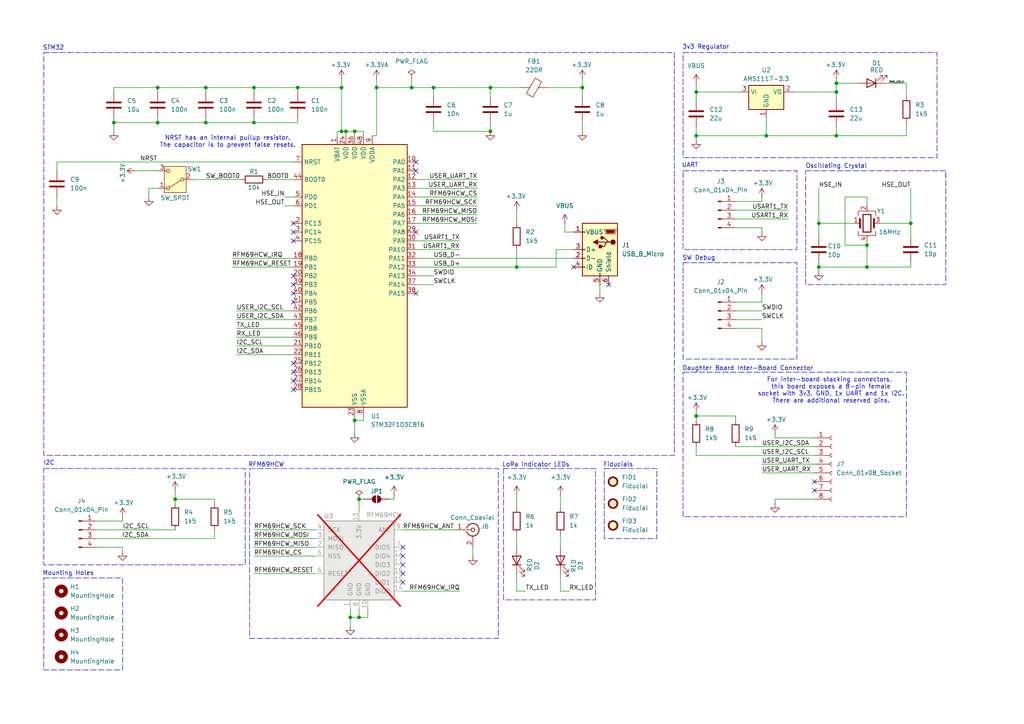
<source format=kicad_sch>
(kicad_sch (version 20250114) (generator "eeschema") (generator_version "9.0")
  (paper "A4")
  (lib_symbols
    (symbol "Connector:Conn_01x04_Pin" (pin_names (offset 1.016) (hide yes))
      (property "Reference" "J" (at 0 5.08 0))
      (property "Value" "Conn_01x04_Pin" (at 0 -7.62 0))
      (symbol "Conn_01x04_Pin_1_1"
        (pin passive line (at 5.08 2.54 180) (length 3.81) (name "Pin_1") (number "1"))
        (pin passive line (at 5.08 0 180) (length 3.81) (name "Pin_2") (number "2"))
        (pin passive line (at 5.08 -2.54 180) (length 3.81) (name "Pin_3") (number "3"))
        (pin passive line (at 5.08 -5.08 180) (length 3.81) (name "Pin_4") (number "4"))
      )
    )
    (symbol "Connector:Conn_01x08_Socket" (pin_names (offset 1.016) (hide yes))
      (property "Reference" "J" (at 0 10.16 0))
      (property "Value" "Conn_01x08_Socket" (at 0 -12.7 0))
      (symbol "Conn_01x08_Socket_1_1"
        (pin passive line (at -5.08 7.62 0) (length 3.81) (name "Pin_1") (number "1"))
        (pin passive line (at -5.08 5.08 0) (length 3.81) (name "Pin_2") (number "2"))
        (pin passive line (at -5.08 2.54 0) (length 3.81) (name "Pin_3") (number "3"))
        (pin passive line (at -5.08 0 0) (length 3.81) (name "Pin_4") (number "4"))
        (pin passive line (at -5.08 -2.54 0) (length 3.81) (name "Pin_5") (number "5"))
        (pin passive line (at -5.08 -5.08 0) (length 3.81) (name "Pin_6") (number "6"))
        (pin passive line (at -5.08 -7.62 0) (length 3.81) (name "Pin_7") (number "7"))
        (pin passive line (at -5.08 -10.16 0) (length 3.81) (name "Pin_8") (number "8"))
      )
    )
    (symbol "Connector:Conn_Coaxial" (pin_names (offset 1.016) (hide yes))
      (property "Reference" "J" (at 0.254 3.048 0))
      (property "Value" "Conn_Coaxial" (at 2.921 0 90))
      (symbol "Conn_Coaxial_1_1"
        (pin passive line (at -5.08 0 0) (length 2.54) (name "In") (number "1"))
        (pin passive line (at 0 -5.08 90) (length 2.54) (name "Ext") (number "2"))
      )
    )
    (symbol "Connector:USB_B_Micro" (pin_names (offset 1.016))
      (property "Reference" "J" (at -5.08 11.43 0))
      (property "Value" "USB_B_Micro" (at -5.08 8.89 0))
      (symbol "USB_B_Micro_1_1"
        (pin passive line (at -2.54 -10.16 90) (length 2.54) (name "Shield") (number "6"))
        (pin power_out line (at 0 -10.16 90) (length 2.54) (name "GND") (number "5"))
        (pin power_out line (at 7.62 5.08 180) (length 2.54) (name "VBUS") (number "1"))
        (pin bidirectional line (at 7.62 0 180) (length 2.54) (name "D+") (number "3"))
        (pin bidirectional line (at 7.62 -2.54 180) (length 2.54) (name "D-") (number "2"))
        (pin passive line (at 7.62 -5.08 180) (length 2.54) (name "ID") (number "4"))
      )
    )
    (symbol "Device:C" (pin_numbers (hide yes)) (pin_names (offset 0.254))
      (property "Reference" "C" (at 0.635 2.54 0))
      (property "Value" "C" (at 0.635 -2.54 0))
      (symbol "C_1_1"
        (pin passive line (at 0 3.81 270) (length 2.794) (name "~") (number "1"))
        (pin passive line (at 0 -3.81 90) (length 2.794) (name "~") (number "2"))
      )
    )
    (symbol "Device:Crystal_GND24" (pin_names (offset 1.016) (hide yes))
      (property "Reference" "Y" (at 3.175 5.08 0))
      (property "Value" "Crystal_GND24" (at 3.175 3.175 0))
      (symbol "Crystal_GND24_1_1"
        (pin passive line (at -3.81 0 0) (length 1.27) (name "1") (number "1"))
        (pin passive line (at 0 5.08 270) (length 1.27) (name "2") (number "2"))
        (pin passive line (at 0 -5.08 90) (length 1.27) (name "4") (number "4"))
        (pin passive line (at 3.81 0 180) (length 1.27) (name "3") (number "3"))
      )
    )
    (symbol "Device:FerriteBead" (pin_numbers (hide yes)) (pin_names (offset 0))
      (property "Reference" "FB" (at -3.81 0.635 90))
      (property "Value" "FerriteBead" (at 3.81 0 90))
      (symbol "FerriteBead_1_1"
        (pin passive line (at 0 3.81 270) (length 2.54) (name "~") (number "1"))
        (pin passive line (at 0 -3.81 90) (length 2.54) (name "~") (number "2"))
      )
    )
    (symbol "Device:LED" (pin_numbers (hide yes)) (pin_names (offset 1.016) (hide yes))
      (property "Reference" "D" (at 0 2.54 0))
      (property "Value" "LED" (at 0 -2.54 0))
      (symbol "LED_1_1"
        (pin passive line (at -3.81 0 0) (length 2.54) (name "K") (number "1"))
        (pin passive line (at 3.81 0 180) (length 2.54) (name "A") (number "2"))
      )
    )
    (symbol "Device:R" (pin_numbers (hide yes)) (pin_names (offset 0))
      (property "Reference" "R" (at 2.032 0 90))
      (property "Value" "R" (at 0 0 90))
      (symbol "R_1_1"
        (pin passive line (at 0 3.81 270) (length 1.27) (name "~") (number "1"))
        (pin passive line (at 0 -3.81 90) (length 1.27) (name "~") (number "2"))
      )
    )
    (symbol "Jumper:SolderJumper_2_Open" (pin_numbers (hide yes)) (pin_names (offset 0) (hide yes)) (in_bom no)
      (property "Reference" "JP" (at 0 2.032 0))
      (property "Value" "SolderJumper_2_Open" (at 0 -2.54 0))
      (symbol "SolderJumper_2_Open_1_1"
        (pin passive line (at -3.81 0 0) (length 2.54) (name "A") (number "1"))
        (pin passive line (at 3.81 0 180) (length 2.54) (name "B") (number "2"))
      )
    )
    (symbol "MCU_ST_STM32F1:STM32F103C8Tx"
      (property "Reference" "U" (at -15.24 39.37 0))
      (property "Value" "STM32F103C8Tx" (at 7.62 39.37 0))
      (symbol "STM32F103C8Tx_1_1"
        (pin input line (at -17.78 33.02 0) (length 2.54) (name "NRST") (number "7"))
        (pin input line (at -17.78 27.94 0) (length 2.54) (name "BOOT0") (number "44"))
        (pin bidirectional line (at -17.78 22.86 0) (length 2.54) (name "PD0") (number "5"))
        (pin bidirectional line (at -17.78 20.32 0) (length 2.54) (name "PD1") (number "6"))
        (pin bidirectional line (at -17.78 15.24 0) (length 2.54) (name "PC13") (number "2"))
        (pin bidirectional line (at -17.78 12.7 0) (length 2.54) (name "PC14") (number "3"))
        (pin bidirectional line (at -17.78 10.16 0) (length 2.54) (name "PC15") (number "4"))
        (pin bidirectional line (at -17.78 5.08 0) (length 2.54) (name "PB0") (number "18"))
        (pin bidirectional line (at -17.78 2.54 0) (length 2.54) (name "PB1") (number "19"))
        (pin bidirectional line (at -17.78 0 0) (length 2.54) (name "PB2") (number "20"))
        (pin bidirectional line (at -17.78 -2.54 0) (length 2.54) (name "PB3") (number "39"))
        (pin bidirectional line (at -17.78 -5.08 0) (length 2.54) (name "PB4") (number "40"))
        (pin bidirectional line (at -17.78 -7.62 0) (length 2.54) (name "PB5") (number "41"))
        (pin bidirectional line (at -17.78 -10.16 0) (length 2.54) (name "PB6") (number "42"))
        (pin bidirectional line (at -17.78 -12.7 0) (length 2.54) (name "PB7") (number "43"))
        (pin bidirectional line (at -17.78 -15.24 0) (length 2.54) (name "PB8") (number "45"))
        (pin bidirectional line (at -17.78 -17.78 0) (length 2.54) (name "PB9") (number "46"))
        (pin bidirectional line (at -17.78 -20.32 0) (length 2.54) (name "PB10") (number "21"))
        (pin bidirectional line (at -17.78 -22.86 0) (length 2.54) (name "PB11") (number "22"))
        (pin bidirectional line (at -17.78 -25.4 0) (length 2.54) (name "PB12") (number "25"))
        (pin bidirectional line (at -17.78 -27.94 0) (length 2.54) (name "PB13") (number "26"))
        (pin bidirectional line (at -17.78 -30.48 0) (length 2.54) (name "PB14") (number "27"))
        (pin bidirectional line (at -17.78 -33.02 0) (length 2.54) (name "PB15") (number "28"))
        (pin power_in line (at -5.08 40.64 270) (length 2.54) (name "VBAT") (number "1"))
        (pin power_in line (at -2.54 40.64 270) (length 2.54) (name "VDD") (number "24"))
        (pin power_in line (at 0 40.64 270) (length 2.54) (name "VDD") (number "36"))
        (pin power_in line (at 0 -40.64 90) (length 2.54) (name "VSS") (number "23"))
        (pin passive line (at 0 -40.64 90) (length 2.54) (hide yes) (name "VSS") (number "35"))
        (pin passive line (at 0 -40.64 90) (length 2.54) (hide yes) (name "VSS") (number "47"))
        (pin power_in line (at 2.54 40.64 270) (length 2.54) (name "VDD") (number "48"))
        (pin power_in line (at 2.54 -40.64 90) (length 2.54) (name "VSSA") (number "8"))
        (pin power_in line (at 5.08 40.64 270) (length 2.54) (name "VDDA") (number "9"))
        (pin bidirectional line (at 17.78 33.02 180) (length 2.54) (name "PA0") (number "10"))
        (pin bidirectional line (at 17.78 30.48 180) (length 2.54) (name "PA1") (number "11"))
        (pin bidirectional line (at 17.78 27.94 180) (length 2.54) (name "PA2") (number "12"))
        (pin bidirectional line (at 17.78 25.4 180) (length 2.54) (name "PA3") (number "13"))
        (pin bidirectional line (at 17.78 22.86 180) (length 2.54) (name "PA4") (number "14"))
        (pin bidirectional line (at 17.78 20.32 180) (length 2.54) (name "PA5") (number "15"))
        (pin bidirectional line (at 17.78 17.78 180) (length 2.54) (name "PA6") (number "16"))
        (pin bidirectional line (at 17.78 15.24 180) (length 2.54) (name "PA7") (number "17"))
        (pin bidirectional line (at 17.78 12.7 180) (length 2.54) (name "PA8") (number "29"))
        (pin bidirectional line (at 17.78 10.16 180) (length 2.54) (name "PA9") (number "30"))
        (pin bidirectional line (at 17.78 7.62 180) (length 2.54) (name "PA10") (number "31"))
        (pin bidirectional line (at 17.78 5.08 180) (length 2.54) (name "PA11") (number "32"))
        (pin bidirectional line (at 17.78 2.54 180) (length 2.54) (name "PA12") (number "33"))
        (pin bidirectional line (at 17.78 0 180) (length 2.54) (name "PA13") (number "34"))
        (pin bidirectional line (at 17.78 -2.54 180) (length 2.54) (name "PA14") (number "37"))
        (pin bidirectional line (at 17.78 -5.08 180) (length 2.54) (name "PA15") (number "38"))
      )
    )
    (symbol "Mechanical:Fiducial" (in_bom no)
      (property "Reference" "FID" (at 0 5.08 0))
      (property "Value" "Fiducial" (at 0 3.175 0))
    )
    (symbol "Mechanical:MountingHole" (pin_names (offset 1.016)) (in_bom no)
      (property "Reference" "H" (at 0 5.08 0))
      (property "Value" "MountingHole" (at 0 3.175 0))
    )
    (symbol "RF_Module:RFM69HCW" (pin_names (offset 1.016))
      (property "Reference" "U" (at -10.414 11.684 0))
      (property "Value" "RFM69HCW" (at 1.524 11.43 0))
      (symbol "RFM69HCW_1_1"
        (pin input line (at -12.7 7.62 0) (length 2.54) (name "SCK") (number "4"))
        (pin input line (at -12.7 5.08 0) (length 2.54) (name "MOSI") (number "3"))
        (pin output line (at -12.7 2.54 0) (length 2.54) (name "MISO") (number "2"))
        (pin input line (at -12.7 0 0) (length 2.54) (name "NSS") (number "5"))
        (pin bidirectional line (at -12.7 -5.08 0) (length 2.54) (name "RESET") (number "6"))
        (pin power_in line (at -2.54 -15.24 90) (length 2.54) (name "GND") (number "1"))
        (pin power_in line (at 0 12.7 270) (length 2.54) (name "3.3V") (number "13"))
        (pin power_in line (at 0 -15.24 90) (length 2.54) (name "GND") (number "8"))
        (pin power_in line (at 2.54 -15.24 90) (length 2.54) (name "GND") (number "10"))
        (pin bidirectional line (at 12.7 7.62 180) (length 2.54) (name "ANT") (number "9"))
        (pin bidirectional line (at 12.7 2.54 180) (length 2.54) (name "DIO5") (number "7"))
        (pin bidirectional line (at 12.7 0 180) (length 2.54) (name "DIO4") (number "12"))
        (pin bidirectional line (at 12.7 -2.54 180) (length 2.54) (name "DIO3") (number "11"))
        (pin bidirectional line (at 12.7 -5.08 180) (length 2.54) (name "DIO2") (number "16"))
        (pin bidirectional line (at 12.7 -7.62 180) (length 2.54) (name "DIO1") (number "15"))
        (pin bidirectional line (at 12.7 -10.16 180) (length 2.54) (name "DIO0") (number "14"))
      )
    )
    (symbol "Regulator_Linear:AMS1117-3.3"
      (property "Reference" "U" (at -3.81 3.175 0))
      (property "Value" "AMS1117-3.3" (at 0 3.175 0))
      (symbol "AMS1117-3.3_1_1"
        (pin power_in line (at -7.62 0 0) (length 2.54) (name "VI") (number "3"))
        (pin power_in line (at 0 -7.62 90) (length 2.54) (name "GND") (number "1"))
        (pin power_out line (at 7.62 0 180) (length 2.54) (name "VO") (number "2"))
      )
    )
    (symbol "Switch:SW_SPDT" (pin_names (offset 0) (hide yes))
      (property "Reference" "SW" (at 0 5.08 0))
      (property "Value" "SW_SPDT" (at 0 -5.08 0))
      (symbol "SW_SPDT_1_1"
        (pin passive line (at -5.08 0 0) (length 2.54) (name "B") (number "2"))
        (pin passive line (at 5.08 2.54 180) (length 2.54) (name "A") (number "1"))
        (pin passive line (at 5.08 -2.54 180) (length 2.54) (name "C") (number "3"))
      )
    )
    (symbol "power:+3.3V" (power) (pin_numbers (hide yes)) (pin_names (offset 0) (hide yes))
      (property "Value" "+3.3V" (at 0 3.556 0))
      (symbol "+3.3V_1_1"
        (pin power_in line (at 0 0 90) (length 0) (name "~") (number "1"))
      )
    )
    (symbol "power:+3.3VA" (power) (pin_numbers (hide yes)) (pin_names (offset 0) (hide yes))
      (property "Value" "+3.3VA" (at 0 3.556 0))
      (symbol "+3.3VA_1_1"
        (pin power_in line (at 0 0 90) (length 0) (name "~") (number "1"))
      )
    )
    (symbol "power:GND" (power) (pin_numbers (hide yes)) (pin_names (offset 0) (hide yes))
      (property "Value" "GND" (at 0 -3.81 0))
      (symbol "GND_1_1"
        (pin power_in line (at 0 0 270) (length 0) (name "~") (number "1"))
      )
    )
    (symbol "power:PWR_FLAG" (power) (pin_numbers (hide yes)) (pin_names (offset 0) (hide yes))
      (property "Value" "PWR_FLAG" (at 0 3.81 0))
      (symbol "PWR_FLAG_0_0"
        (pin power_out line (at 0 0 90) (length 0) (name "~") (number "1"))
      )
    )
    (symbol "power:VBUS" (power) (pin_numbers (hide yes)) (pin_names (offset 0) (hide yes))
      (property "Value" "VBUS" (at 0 3.556 0))
      (symbol "VBUS_1_1"
        (pin power_in line (at 0 0 90) (length 0) (name "~") (number "1"))
      )
    )
  )
  (rectangle (start 175.26 135.89) (end 190.5 156.21) (stroke (width 0) (type dash)))
  (rectangle (start 146.05 135.89) (end 172.72 173.99) (stroke (width 0) (type dash)))
  (rectangle (start 12.7 167.64) (end 35.56 194.31) (stroke (width 0) (type dash)))
  (rectangle (start 198.12 76.2) (end 231.14 104.14) (stroke (width 0) (type dash)))
  (rectangle (start 198.12 15.24) (end 271.78 45.72) (stroke (width 0) (type dash)))
  (rectangle (start 198.12 107.95) (end 262.89 149.86) (stroke (width 0) (type dash)))
  (rectangle (start 72.39 135.89) (end 144.526 185.166) (stroke (width 0) (type dash)))
  (rectangle (start 233.68 49.53) (end 274.32 82.55) (stroke (width 0) (type dash)))
  (rectangle (start 12.7 15.24) (end 195.58 132.08) (stroke (width 0) (type dash)))
  (rectangle (start 198.12 49.53) (end 231.14 72.39) (stroke (width 0) (type dash)))
  (rectangle (start 12.7 135.89) (end 71.12 163.83) (stroke (width 0) (type dash)))
  (text "Daughter Board Inter-Board Connector" (at 216.916 106.934 0) (effects (font (size 1.27 1.27))))
  (text "SW Debug" (at 202.692 74.93 0) (effects (font (size 1.27 1.27))))
  (text "Mounting Holes" (at 19.812 166.37 0) (effects (font (size 1.27 1.27))))
  (text "NRST has an internal pullup resistor.\nThe capacitor is to prevent false resets.\n" (at 66.04 41.148 0) (effects (font (size 1.27 1.27))))
  (text "UART" (at 200.152 48.006 0) (effects (font (size 1.27 1.27))))
  (text "STM32" (at 15.494 13.97 0) (effects (font (size 1.27 1.27))))
  (text "For inter-board stacking connectors, \nthis board exposes a 8-pin female\nsocket with 3v3, GND, 1x UART and 1x I2C.\nThere are additional reserved pins." (at 241.046 113.284 0) (effects (font (size 1.27 1.27))))
  (text "Fiducials" (at 179.324 134.874 0) (effects (font (size 1.27 1.27))))
  (text "3v3 Regulator" (at 204.724 13.716 0) (effects (font (size 1.27 1.27))))
  (text "Oscillating Crystal" (at 242.57 48.26 0) (effects (font (size 1.27 1.27))))
  (text "I2C" (at 14.224 134.366 0) (effects (font (size 1.27 1.27))))
  (text "RFM69HCW" (at 77.216 134.874 0) (effects (font (size 1.27 1.27))))
  (text "LoRa Indicator LEDs" (at 155.448 134.874 0) (effects (font (size 1.27 1.27))))
  (junction (at 50.8 144.78))
  (junction (at 149.86 77.47))
  (junction (at 73.66 25.4))
  (junction (at 264.16 64.77))
  (junction (at 101.6 179.07))
  (junction (at 237.49 64.77))
  (junction (at 242.57 26.67))
  (junction (at 119.38 25.4))
  (junction (at 59.69 25.4))
  (junction (at 251.46 71.12))
  (junction (at 251.46 77.47))
  (junction (at 102.87 121.92))
  (junction (at 99.06 25.4))
  (junction (at 222.25 39.37))
  (junction (at 168.91 25.4))
  (junction (at 109.22 25.4))
  (junction (at 104.14 144.78))
  (junction (at 242.57 24.13))
  (junction (at 59.69 35.56))
  (junction (at 201.93 39.37))
  (junction (at 45.72 35.56))
  (junction (at 125.73 25.4))
  (junction (at 33.02 35.56))
  (junction (at 142.24 25.4))
  (junction (at 201.93 120.65))
  (junction (at 142.24 38.1))
  (junction (at 104.14 179.07))
  (junction (at 100.33 38.1))
  (junction (at 201.93 26.67))
  (junction (at 242.57 39.37))
  (junction (at 237.49 77.47))
  (junction (at 102.87 38.1))
  (junction (at 45.72 25.4))
  (junction (at 73.66 35.56))
  (junction (at 99.06 38.1))
  (junction (at 86.36 25.4))
  (no_connect (at 85.09 69.85))
  (no_connect (at 116.84 161.29))
  (no_connect (at 85.09 82.55))
  (no_connect (at 116.84 158.75))
  (no_connect (at 85.09 113.03))
  (no_connect (at 166.37 77.47))
  (no_connect (at 236.22 142.24))
  (no_connect (at 120.65 46.99))
  (no_connect (at 85.09 80.01))
  (no_connect (at 85.09 85.09))
  (no_connect (at 85.09 64.77))
  (no_connect (at 85.09 67.31))
  (no_connect (at 120.65 49.53))
  (no_connect (at 176.53 82.55))
  (no_connect (at 236.22 139.7))
  (no_connect (at 120.65 85.09))
  (no_connect (at 116.84 166.37))
  (no_connect (at 85.09 87.63))
  (no_connect (at 120.65 67.31))
  (no_connect (at 116.84 163.83))
  (no_connect (at 85.09 110.49))
  (no_connect (at 85.09 105.41))
  (no_connect (at 116.84 168.91))
  (no_connect (at 85.09 107.95))
  (wire (pts (xy 242.57 26.67) (xy 242.57 29.21)))
  (wire (pts (xy 73.66 161.29) (xy 91.44 161.29)))
  (wire (pts (xy 102.87 38.1) (xy 102.87 39.37)))
  (wire (pts (xy 82.55 59.69) (xy 85.09 59.69)))
  (wire (pts (xy 220.98 90.17) (xy 213.36 90.17)))
  (wire (pts (xy 27.94 156.21) (xy 62.23 156.21)))
  (wire (pts (xy 213.36 129.54) (xy 236.22 129.54)))
  (wire (pts (xy 116.84 171.45) (xy 133.35 171.45)))
  (wire (pts (xy 62.23 146.05) (xy 62.23 144.78)))
  (wire (pts (xy 45.72 25.4) (xy 45.72 26.67)))
  (wire (pts (xy 142.24 25.4) (xy 151.13 25.4)))
  (wire (pts (xy 77.47 52.07) (xy 85.09 52.07)))
  (wire (pts (xy 116.84 153.67) (xy 132.08 153.67)))
  (wire (pts (xy 220.98 95.25) (xy 220.98 99.06)))
  (wire (pts (xy 68.58 92.71) (xy 85.09 92.71)))
  (wire (pts (xy 264.16 54.61) (xy 264.16 64.77)))
  (wire (pts (xy 220.98 92.71) (xy 213.36 92.71)))
  (wire (pts (xy 251.46 59.69) (xy 251.46 57.15)))
  (wire (pts (xy 224.79 144.78) (xy 224.79 146.05)))
  (wire (pts (xy 125.73 25.4) (xy 142.24 25.4)))
  (wire (pts (xy 120.65 80.01) (xy 125.73 80.01)))
  (wire (pts (xy 262.89 24.13) (xy 262.89 27.94)))
  (wire (pts (xy 251.46 71.12) (xy 251.46 77.47)))
  (wire (pts (xy 245.11 57.15) (xy 245.11 71.12)))
  (wire (pts (xy 149.86 143.51) (xy 149.86 147.32)))
  (wire (pts (xy 222.25 39.37) (xy 201.93 39.37)))
  (wire (pts (xy 120.65 57.15) (xy 138.43 57.15)))
  (wire (pts (xy 262.89 39.37) (xy 242.57 39.37)))
  (wire (pts (xy 73.66 156.21) (xy 91.44 156.21)))
  (wire (pts (xy 224.79 127) (xy 236.22 127)))
  (wire (pts (xy 55.88 52.07) (xy 69.85 52.07)))
  (wire (pts (xy 86.36 25.4) (xy 99.06 25.4)))
  (wire (pts (xy 73.66 35.56) (xy 86.36 35.56)))
  (wire (pts (xy 50.8 144.78) (xy 50.8 146.05)))
  (wire (pts (xy 100.33 38.1) (xy 102.87 38.1)))
  (wire (pts (xy 16.51 46.99) (xy 85.09 46.99)))
  (wire (pts (xy 68.58 90.17) (xy 85.09 90.17)))
  (wire (pts (xy 264.16 64.77) (xy 264.16 68.58)))
  (wire (pts (xy 137.16 158.75) (xy 137.16 161.29)))
  (wire (pts (xy 264.16 76.2) (xy 264.16 77.47)))
  (wire (pts (xy 120.65 54.61) (xy 138.43 54.61)))
  (wire (pts (xy 201.93 36.83) (xy 201.93 39.37)))
  (wire (pts (xy 162.56 143.51) (xy 162.56 147.32)))
  (wire (pts (xy 43.18 57.15) (xy 43.18 54.61)))
  (wire (pts (xy 73.66 25.4) (xy 73.66 26.67)))
  (wire (pts (xy 104.14 176.53) (xy 104.14 179.07)))
  (wire (pts (xy 245.11 71.12) (xy 251.46 71.12)))
  (wire (pts (xy 16.51 57.15) (xy 16.51 59.69)))
  (wire (pts (xy 73.66 158.75) (xy 91.44 158.75)))
  (wire (pts (xy 149.86 171.45) (xy 152.4 171.45)))
  (wire (pts (xy 255.27 64.77) (xy 264.16 64.77)))
  (wire (pts (xy 114.3 144.78) (xy 113.03 144.78)))
  (wire (pts (xy 236.22 144.78) (xy 224.79 144.78)))
  (wire (pts (xy 220.98 87.63) (xy 213.36 87.63)))
  (wire (pts (xy 242.57 24.13) (xy 248.92 24.13)))
  (wire (pts (xy 251.46 77.47) (xy 264.16 77.47)))
  (wire (pts (xy 59.69 25.4) (xy 45.72 25.4)))
  (wire (pts (xy 251.46 69.85) (xy 251.46 71.12)))
  (wire (pts (xy 162.56 171.45) (xy 165.1 171.45)))
  (wire (pts (xy 237.49 64.77) (xy 247.65 64.77)))
  (wire (pts (xy 256.54 24.13) (xy 262.89 24.13)))
  (wire (pts (xy 114.3 143.51) (xy 114.3 144.78)))
  (wire (pts (xy 237.49 64.77) (xy 237.49 68.58)))
  (wire (pts (xy 149.86 72.39) (xy 149.86 77.47)))
  (wire (pts (xy 119.38 25.4) (xy 109.22 25.4)))
  (wire (pts (xy 99.06 38.1) (xy 100.33 38.1)))
  (wire (pts (xy 27.94 158.75) (xy 35.56 158.75)))
  (wire (pts (xy 224.79 125.73) (xy 224.79 127)))
  (wire (pts (xy 201.93 26.67) (xy 214.63 26.67)))
  (wire (pts (xy 201.93 39.37) (xy 201.93 40.64)))
  (wire (pts (xy 213.36 63.5) (xy 228.6 63.5)))
  (wire (pts (xy 213.36 60.96) (xy 228.6 60.96)))
  (wire (pts (xy 109.22 39.37) (xy 107.95 39.37)))
  (wire (pts (xy 101.6 179.07) (xy 101.6 181.61)))
  (wire (pts (xy 120.65 74.93) (xy 166.37 74.93)))
  (wire (pts (xy 242.57 22.86) (xy 242.57 24.13)))
  (wire (pts (xy 201.93 132.08) (xy 236.22 132.08)))
  (wire (pts (xy 68.58 100.33) (xy 85.09 100.33)))
  (wire (pts (xy 68.58 97.79) (xy 85.09 97.79)))
  (wire (pts (xy 161.29 77.47) (xy 161.29 72.39)))
  (wire (pts (xy 201.93 24.13) (xy 201.93 26.67)))
  (wire (pts (xy 213.36 95.25) (xy 220.98 95.25)))
  (wire (pts (xy 35.56 158.75) (xy 35.56 160.02)))
  (wire (pts (xy 120.65 59.69) (xy 138.43 59.69)))
  (wire (pts (xy 101.6 179.07) (xy 104.14 179.07)))
  (wire (pts (xy 82.55 57.15) (xy 85.09 57.15)))
  (wire (pts (xy 242.57 36.83) (xy 242.57 39.37)))
  (wire (pts (xy 27.94 153.67) (xy 50.8 153.67)))
  (wire (pts (xy 33.02 35.56) (xy 33.02 34.29)))
  (wire (pts (xy 102.87 38.1) (xy 105.41 38.1)))
  (wire (pts (xy 86.36 25.4) (xy 73.66 25.4)))
  (wire (pts (xy 237.49 54.61) (xy 237.49 64.77)))
  (wire (pts (xy 125.73 38.1) (xy 142.24 38.1)))
  (wire (pts (xy 201.93 120.65) (xy 201.93 121.92)))
  (wire (pts (xy 237.49 77.47) (xy 251.46 77.47)))
  (wire (pts (xy 59.69 25.4) (xy 59.69 26.67)))
  (wire (pts (xy 43.18 54.61) (xy 45.72 54.61)))
  (wire (pts (xy 59.69 35.56) (xy 59.69 34.29)))
  (wire (pts (xy 99.06 38.1) (xy 97.79 38.1)))
  (wire (pts (xy 201.93 119.38) (xy 201.93 120.65)))
  (wire (pts (xy 201.93 29.21) (xy 201.93 26.67)))
  (wire (pts (xy 149.86 60.96) (xy 149.86 64.77)))
  (wire (pts (xy 45.72 35.56) (xy 59.69 35.56)))
  (wire (pts (xy 105.41 121.92) (xy 102.87 121.92)))
  (wire (pts (xy 149.86 154.94) (xy 149.86 158.75)))
  (wire (pts (xy 109.22 22.86) (xy 109.22 25.4)))
  (wire (pts (xy 99.06 25.4) (xy 99.06 38.1)))
  (wire (pts (xy 168.91 22.86) (xy 168.91 25.4)))
  (wire (pts (xy 237.49 76.2) (xy 237.49 77.47)))
  (wire (pts (xy 101.6 176.53) (xy 101.6 179.07)))
  (wire (pts (xy 168.91 25.4) (xy 168.91 27.94)))
  (wire (pts (xy 27.94 151.13) (xy 35.56 151.13)))
  (wire (pts (xy 201.93 120.65) (xy 213.36 120.65)))
  (wire (pts (xy 106.68 176.53) (xy 106.68 179.07)))
  (wire (pts (xy 105.41 120.65) (xy 105.41 121.92)))
  (wire (pts (xy 73.66 25.4) (xy 59.69 25.4)))
  (wire (pts (xy 105.41 144.78) (xy 104.14 144.78)))
  (wire (pts (xy 220.98 137.16) (xy 236.22 137.16)))
  (wire (pts (xy 67.31 77.47) (xy 85.09 77.47)))
  (wire (pts (xy 120.65 77.47) (xy 149.86 77.47)))
  (wire (pts (xy 120.65 52.07) (xy 138.43 52.07)))
  (wire (pts (xy 262.89 35.56) (xy 262.89 39.37)))
  (wire (pts (xy 86.36 35.56) (xy 86.36 34.29)))
  (wire (pts (xy 222.25 34.29) (xy 222.25 39.37)))
  (wire (pts (xy 45.72 35.56) (xy 45.72 34.29)))
  (wire (pts (xy 220.98 134.62) (xy 236.22 134.62)))
  (wire (pts (xy 237.49 77.47) (xy 237.49 78.74)))
  (wire (pts (xy 162.56 166.37) (xy 162.56 171.45)))
  (wire (pts (xy 158.75 25.4) (xy 168.91 25.4)))
  (wire (pts (xy 161.29 72.39) (xy 166.37 72.39)))
  (wire (pts (xy 68.58 95.25) (xy 85.09 95.25)))
  (wire (pts (xy 102.87 121.92) (xy 102.87 125.73)))
  (wire (pts (xy 120.65 72.39) (xy 133.35 72.39)))
  (wire (pts (xy 125.73 25.4) (xy 125.73 27.94)))
  (wire (pts (xy 142.24 35.56) (xy 142.24 38.1)))
  (wire (pts (xy 59.69 35.56) (xy 73.66 35.56)))
  (wire (pts (xy 162.56 154.94) (xy 162.56 158.75)))
  (wire (pts (xy 220.98 66.04) (xy 220.98 67.31)))
  (wire (pts (xy 50.8 142.24) (xy 50.8 144.78)))
  (wire (pts (xy 213.36 58.42) (xy 220.98 58.42)))
  (wire (pts (xy 97.79 38.1) (xy 97.79 39.37)))
  (wire (pts (xy 149.86 77.47) (xy 161.29 77.47)))
  (wire (pts (xy 62.23 144.78) (xy 50.8 144.78)))
  (wire (pts (xy 213.36 66.04) (xy 220.98 66.04)))
  (wire (pts (xy 149.86 166.37) (xy 149.86 171.45)))
  (wire (pts (xy 168.91 35.56) (xy 168.91 38.1)))
  (wire (pts (xy 104.14 144.78) (xy 104.14 148.59)))
  (wire (pts (xy 33.02 25.4) (xy 33.02 26.67)))
  (wire (pts (xy 201.93 132.08) (xy 201.93 129.54)))
  (wire (pts (xy 102.87 120.65) (xy 102.87 121.92)))
  (wire (pts (xy 62.23 153.67) (xy 62.23 156.21)))
  (wire (pts (xy 33.02 35.56) (xy 33.02 38.1)))
  (wire (pts (xy 125.73 25.4) (xy 119.38 25.4)))
  (wire (pts (xy 119.38 22.86) (xy 119.38 25.4)))
  (wire (pts (xy 229.87 26.67) (xy 242.57 26.67)))
  (wire (pts (xy 100.33 38.1) (xy 100.33 39.37)))
  (wire (pts (xy 120.65 64.77) (xy 138.43 64.77)))
  (wire (pts (xy 68.58 102.87) (xy 85.09 102.87)))
  (wire (pts (xy 86.36 26.67) (xy 86.36 25.4)))
  (wire (pts (xy 45.72 25.4) (xy 33.02 25.4)))
  (wire (pts (xy 213.36 121.92) (xy 213.36 120.65)))
  (wire (pts (xy 142.24 27.94) (xy 142.24 25.4)))
  (wire (pts (xy 35.56 151.13) (xy 35.56 149.86)))
  (wire (pts (xy 39.37 49.53) (xy 45.72 49.53)))
  (wire (pts (xy 242.57 39.37) (xy 222.25 39.37)))
  (wire (pts (xy 105.41 38.1) (xy 105.41 39.37)))
  (wire (pts (xy 33.02 35.56) (xy 45.72 35.56)))
  (wire (pts (xy 109.22 25.4) (xy 109.22 39.37)))
  (wire (pts (xy 120.65 82.55) (xy 125.73 82.55)))
  (wire (pts (xy 99.06 22.86) (xy 99.06 25.4)))
  (wire (pts (xy 67.31 74.93) (xy 85.09 74.93)))
  (wire (pts (xy 104.14 179.07) (xy 106.68 179.07)))
  (wire (pts (xy 163.83 64.77) (xy 163.83 67.31)))
  (wire (pts (xy 163.83 67.31) (xy 166.37 67.31)))
  (wire (pts (xy 125.73 35.56) (xy 125.73 38.1)))
  (wire (pts (xy 242.57 24.13) (xy 242.57 26.67)))
  (wire (pts (xy 73.66 166.37) (xy 91.44 166.37)))
  (wire (pts (xy 16.51 49.53) (xy 16.51 46.99)))
  (wire (pts (xy 73.66 153.67) (xy 91.44 153.67)))
  (wire (pts (xy 220.98 85.09) (xy 220.98 87.63)))
  (wire (pts (xy 251.46 57.15) (xy 245.11 57.15)))
  (wire (pts (xy 120.65 69.85) (xy 133.35 69.85)))
  (wire (pts (xy 220.98 58.42) (xy 220.98 57.15)))
  (wire (pts (xy 120.65 62.23) (xy 138.43 62.23)))
  (wire (pts (xy 73.66 35.56) (xy 73.66 34.29)))
  (wire (pts (xy 173.99 82.55) (xy 173.99 85.09)))
  (label "USART1_TX" (at 228.6 60.96 180))
  (label "RFM69HCW_IRQ" (at 133.35 171.45 180))
  (label "USER_UART_TX" (at 220.98 134.62 0))
  (label "TX_LED" (at 152.4 171.45 0))
  (label "USART1_RX" (at 133.35 72.39 180))
  (label "TX_LED" (at 68.58 95.25 0))
  (label "USART1_RX" (at 228.6 63.5 180))
  (label "RFM69HCW_SCK" (at 138.43 59.69 180))
  (label "USER_I2C_SDA" (at 220.98 129.54 0))
  (label "RFM69HCW_MOSI" (at 73.66 156.21 0))
  (label "I2C_SDA" (at 43.18 156.21 180))
  (label "I2C_SCL" (at 68.58 100.33 0))
  (label "HSE_IN" (at 237.49 54.61 0))
  (label "RFM69HCW_MOSI" (at 138.43 64.77 180))
  (label "BOOT0" (at 77.47 52.07 0))
  (label "I2C_SDA" (at 68.58 102.87 0))
  (label "USART1_TX" (at 133.35 69.85 180))
  (label "RX_LED" (at 165.1 171.45 0))
  (label "HSE_OUT" (at 264.16 54.61 180))
  (label "RFM69HCW_IRQ" (at 67.31 74.93 0))
  (label "SWDIO" (at 125.73 80.01 0))
  (label "RFM69HCW_MISO" (at 138.43 62.23 180))
  (label "USB_D-" (at 125.73 74.93 0))
  (label "USER_UART_TX" (at 138.43 52.07 180))
  (label "HSE_OUT" (at 82.55 59.69 180))
  (label "SW_BOOT0" (at 59.69 52.07 0))
  (label "RFM69HCW_CS" (at 73.66 161.29 0))
  (label "USER_UART_RX" (at 220.98 137.16 0))
  (label "SWCLK" (at 220.98 92.71 0))
  (label "RFM69HCW_MISO" (at 73.66 158.75 0))
  (label "HSE_IN" (at 82.55 57.15 180))
  (label "RFM69HCW_ANT" (at 116.84 153.67 0))
  (label "USER_I2C_SCL" (at 220.98 132.08 0))
  (label "RFM69HCW_RESET" (at 67.31 77.47 0))
  (label "SWDIO" (at 220.98 90.17 0))
  (label "RFM69HCW_RESET" (at 73.66 166.37 0))
  (label "NRST" (at 40.64 46.99 0))
  (label "USB_D+" (at 125.73 77.47 0))
  (label "USER_UART_RX" (at 138.43 54.61 180))
  (label "RFM69HCW_SCK" (at 73.66 153.67 0))
  (label "SWCLK" (at 125.73 82.55 0))
  (label "RX_LED" (at 68.58 97.79 0))
  (label "USER_I2C_SCL" (at 68.58 90.17 0))
  (label "I2C_SCL" (at 35.56 153.67 0))
  (label "PWR_LED_K" (at 257.81 24.13 0) (effects (font (size 0.508 0.508))))
  (label "USER_I2C_SDA" (at 68.58 92.71 0))
  (label "RFM69HCW_CS" (at 138.43 57.15 180))
  (symbol (lib_id "power:GND") (at 201.93 40.64 0) (unit 1)
    (property "Reference" "#PWR016" (effects (hide yes)))
    (property "Value" "GND" (effects (hide yes)))
    (property "Description" "Power symbol creates a global label with name \"GND\" , ground" (effects (hide yes)))
  )
  (symbol (lib_id "RF_Module:RFM69HCW") (at 104.14 161.29 0) (unit 1) (dnp yes)
    (property "Reference" "U3" (at 93.98 149.606 0) (effects (justify left)))
    (property "Value" "RFM69HCW" (at 106.172 149.352 0) (effects (justify left)))
    (property "Footprint" "RF_Module:HOPERF_RFM9XW_SMD" (effects (hide yes)))
    (property "Datasheet" "https://www.hoperf.com/data/upload/portal/20181127/5bfcb8284d838.pdf" (effects (hide yes)))
    (property "Description" "Low power ISM Radio Transceiver Module, SPI interface, AES encryption, 434 or 915 MHz, up to 100mW, up to 300 kb/s, SMD-16, DIP-16" (effects (hide yes)))
  )
  (symbol (lib_id "Device:R") (at 149.86 68.58 0) (unit 1)
    (property "Reference" "R2" (at 152.4 67.3099 0) (effects (justify left)))
    (property "Value" "1k5" (at 152.4 69.8499 0) (effects (justify left)))
    (property "Footprint" "Resistor_SMD:R_0402_1005Metric" (effects (hide yes)))
    (property "Description" "Resistor" (effects (hide yes)))
    (property "LCSC PN" "C25867" (effects (hide yes)))
  )
  (symbol (lib_id "power:+3.3V") (at 242.57 22.86 0) (unit 1)
    (property "Reference" "#PWR018" (effects (hide yes)))
    (property "Value" "+3.3V" (at 242.316 18.796 0))
    (property "Description" "Power symbol creates a global label with name \"+3.3V\"" (effects (hide yes)))
  )
  (symbol (lib_id "power:+3.3V") (at 99.06 22.86 0) (unit 1)
    (property "Reference" "#PWR01" (effects (hide yes)))
    (property "Value" "+3.3V" (at 98.806 18.796 0))
    (property "Description" "Power symbol creates a global label with name \"+3.3V\"" (effects (hide yes)))
  )
  (symbol (lib_id "Connector:Conn_Coaxial") (at 137.16 153.67 0) (unit 1)
    (property "Reference" "J6" (at 139.446 152.654 0) (effects (justify left)))
    (property "Value" "Conn_Coaxial" (at 130.556 150.114 0) (effects (justify left)))
    (property "Footprint" "Connector_Coaxial:SMA_Molex_73251-1153_EdgeMount_Horizontal" (effects (hide yes)))
    (property "Description" "coaxial connector (BNC, SMA, SMB, SMC, Cinch/RCA, LEMO, ...)" (effects (hide yes)))
    (property "LCSC PN" "C43302011" (effects (hide yes)))
  )
  (symbol (lib_id "power:GND") (at 224.79 146.05 0) (unit 1)
    (property "Reference" "#PWR032" (effects (hide yes)))
    (property "Value" "GND" (effects (hide yes)))
    (property "Description" "Power symbol creates a global label with name \"GND\" , ground" (effects (hide yes)))
  )
  (symbol (lib_id "MCU_ST_STM32F1:STM32F103C8Tx") (at 102.87 80.01 0) (unit 1)
    (property "Reference" "U1" (at 107.5533 120.65 0) (effects (justify left)))
    (property "Value" "STM32F103C8T6" (at 107.5533 123.19 0) (effects (justify left)))
    (property "Footprint" "Package_QFP:LQFP-48_7x7mm_P0.5mm" (effects (hide yes)))
    (property "Datasheet" "https://www.st.com/resource/en/datasheet/stm32f103c8.pdf" (effects (hide yes)))
    (property "Description" "STMicroelectronics Arm Cortex-M3 MCU, 64KB flash, 20KB RAM, 72 MHz, 2.0-3.6V, 37 GPIO, LQFP48" (effects (hide yes)))
    (property "LCSC PN" "C8734" (effects (hide yes)))
  )
  (symbol (lib_id "power:+3.3V") (at 35.56 149.86 0) (mirror y) (unit 1)
    (property "Reference" "#PWR021" (effects (hide yes)))
    (property "Value" "+3.3V" (at 35.814 145.796 0))
    (property "Description" "Power symbol creates a global label with name \"+3.3V\"" (effects (hide yes)))
  )
  (symbol (lib_id "Device:C") (at 33.02 30.48 0) (unit 1)
    (property "Reference" "C5" (at 36.83 29.2099 0) (effects (justify left)))
    (property "Value" "10u" (at 36.83 31.7499 0) (effects (justify left)))
    (property "Footprint" "Capacitor_SMD:C_0603_1608Metric" (effects (hide yes)))
    (property "Description" "Unpolarized capacitor" (effects (hide yes)))
    (property "LCSC PN" "C96446" (effects (hide yes)))
  )
  (symbol (lib_id "power:VBUS") (at 163.83 64.77 0) (unit 1)
    (property "Reference" "#PWR012" (effects (hide yes)))
    (property "Value" "VBUS" (at 163.83 59.69 0))
    (property "Description" "Power symbol creates a global label with name \"VBUS\"" (effects (hide yes)))
  )
  (symbol (lib_id "Mechanical:Fiducial") (at 177.8 152.4 0) (unit 1) (in_bom no)
    (property "Reference" "FID3" (at 180.34 151.1299 0) (effects (justify left)))
    (property "Value" "Fiducial" (at 180.34 153.6699 0) (effects (justify left)))
    (property "Footprint" "Fiducial:Fiducial_1mm_Mask2mm" (effects (hide yes)))
    (property "Description" "Fiducial Marker" (effects (hide yes)))
  )
  (symbol (lib_id "Connector:Conn_01x04_Pin") (at 208.28 90.17 0) (unit 1)
    (property "Reference" "J2" (at 209.042 81.788 0))
    (property "Value" "Conn_01x04_Pin" (at 209.042 84.328 0))
    (property "Footprint" "Connector_PinHeader_2.54mm:PinHeader_1x04_P2.54mm_Vertical" (effects (hide yes)))
    (property "Description" "Generic connector, single row, 01x04, script generated" (effects (hide yes)))
    (property "LCSC PN" "C5116483" (effects (hide yes)))
  )
  (symbol (lib_id "Device:R") (at 213.36 125.73 180) (unit 1)
    (property "Reference" "R9" (at 215.9 124.4599 0) (effects (justify right)))
    (property "Value" "1k5" (at 215.9 126.9999 0) (effects (justify right)))
    (property "Footprint" "Resistor_SMD:R_0402_1005Metric" (effects (hide yes)))
    (property "Description" "Resistor" (effects (hide yes)))
    (property "LCSC PN" "C25867" (effects (hide yes)))
  )
  (symbol (lib_id "Device:C") (at 86.36 30.48 0) (unit 1)
    (property "Reference" "C1" (at 90.17 29.2099 0) (effects (justify left)))
    (property "Value" "100n" (at 90.17 31.7499 0) (effects (justify left)))
    (property "Footprint" "Capacitor_SMD:C_0402_1005Metric" (effects (hide yes)))
    (property "Description" "Unpolarized capacitor" (effects (hide yes)))
    (property "LCSC PN" "C309458" (effects (hide yes)))
  )
  (symbol (lib_id "power:PWR_FLAG") (at 119.38 22.86 0) (unit 1)
    (property "Reference" "#FLG01" (effects (hide yes)))
    (property "Value" "PWR_FLAG" (at 119.38 17.78 0))
    (property "Description" "Special symbol for telling ERC where power comes from" (effects (hide yes)))
  )
  (symbol (lib_id "power:GND") (at 102.87 125.73 0) (unit 1)
    (property "Reference" "#PWR0101" (effects (hide yes)))
    (property "Value" "GND" (effects (hide yes)))
    (property "Description" "Power symbol creates a global label with name \"GND\" , ground" (effects (hide yes)))
  )
  (symbol (lib_id "Device:C") (at 45.72 30.48 0) (unit 1)
    (property "Reference" "C4" (at 49.53 29.2099 0) (effects (justify left)))
    (property "Value" "100n" (at 49.53 31.7499 0) (effects (justify left)))
    (property "Footprint" "Capacitor_SMD:C_0402_1005Metric" (effects (hide yes)))
    (property "Description" "Unpolarized capacitor" (effects (hide yes)))
    (property "LCSC PN" "C309458" (effects (hide yes)))
  )
  (symbol (lib_id "Device:LED") (at 162.56 162.56 90) (unit 1)
    (property "Reference" "D3" (at 168.402 164.084 0))
    (property "Value" "RED" (at 166.37 164.084 0))
    (property "Footprint" "LED_SMD:LED_0603_1608Metric" (effects (hide yes)))
    (property "Description" "Light emitting diode" (effects (hide yes)))
    (property "Sim.Pins" "1=K 2=A" (effects (hide yes)))
    (property "LCSC PN" "C965798" (effects (hide yes)))
  )
  (symbol (lib_id "Device:C") (at 125.73 31.75 0) (unit 1)
    (property "Reference" "C6" (at 129.54 30.4799 0) (effects (justify left)))
    (property "Value" "10n" (at 129.54 33.0199 0) (effects (justify left)))
    (property "Footprint" "Capacitor_SMD:C_0402_1005Metric" (effects (hide yes)))
    (property "Description" "Unpolarized capacitor" (effects (hide yes)))
    (property "LCSC PN" "C3855387" (effects (hide yes)))
  )
  (symbol (lib_id "power:+3.3V") (at 39.37 49.53 90) (unit 1)
    (property "Reference" "#PWR09" (effects (hide yes)))
    (property "Value" "+3.3V" (at 35.56 50.292 0))
    (property "Description" "Power symbol creates a global label with name \"+3.3V\"" (effects (hide yes)))
  )
  (symbol (lib_id "power:GND") (at 142.24 38.1 0) (unit 1)
    (property "Reference" "#PWR04" (effects (hide yes)))
    (property "Value" "GND" (effects (hide yes)))
    (property "Description" "Power symbol creates a global label with name \"GND\" , ground" (effects (hide yes)))
  )
  (symbol (lib_id "power:+3.3V") (at 50.8 142.24 0) (mirror y) (unit 1)
    (property "Reference" "#PWR023" (effects (hide yes)))
    (property "Value" "+3.3V" (at 51.054 138.176 0))
    (property "Description" "Power symbol creates a global label with name \"+3.3V\"" (effects (hide yes)))
  )
  (symbol (lib_id "power:+3.3V") (at 114.3 143.51 0) (unit 1)
    (property "Reference" "#PWR025" (effects (hide yes)))
    (property "Value" "+3.3V" (at 114.3 138.43 0))
    (property "Description" "Power symbol creates a global label with name \"+3.3V\"" (effects (hide yes)))
  )
  (symbol (lib_id "Regulator_Linear:AMS1117-3.3") (at 222.25 26.67 0) (unit 1)
    (property "Reference" "U2" (at 222.25 20.32 0))
    (property "Value" "AMS1117-3.3" (at 222.25 22.86 0))
    (property "Footprint" "Package_TO_SOT_SMD:SOT-223-3_TabPin2" (effects (hide yes)))
    (property "Datasheet" "http://www.advanced-monolithic.com/pdf/ds1117.pdf" (effects (hide yes)))
    (property "Description" "1A Low Dropout regulator, positive, 3.3V fixed output, SOT-223" (effects (hide yes)))
    (property "LCSC PN" "C6186" (effects (hide yes)))
  )
  (symbol (lib_id "Device:C") (at 73.66 30.48 0) (unit 1)
    (property "Reference" "C2" (at 77.47 29.2099 0) (effects (justify left)))
    (property "Value" "100n" (at 77.47 31.7499 0) (effects (justify left)))
    (property "Footprint" "Capacitor_SMD:C_0402_1005Metric" (effects (hide yes)))
    (property "Description" "Unpolarized capacitor" (effects (hide yes)))
    (property "LCSC PN" "C309458" (effects (hide yes)))
  )
  (symbol (lib_id "power:VBUS") (at 201.93 24.13 0) (unit 1)
    (property "Reference" "#PWR017" (effects (hide yes)))
    (property "Value" "VBUS" (at 201.93 19.05 0))
    (property "Description" "Power symbol creates a global label with name \"VBUS\"" (effects (hide yes)))
  )
  (symbol (lib_id "Device:R") (at 162.56 151.13 0) (unit 1)
    (property "Reference" "R7" (at 165.1 149.8599 0) (effects (justify left)))
    (property "Value" "1k" (at 165.1 152.3999 0) (effects (justify left)))
    (property "Footprint" "Resistor_SMD:R_0402_1005Metric" (effects (hide yes)))
    (property "Description" "Resistor" (effects (hide yes)))
    (property "LCSC PN" "C49652832" (effects (hide yes)))
  )
  (symbol (lib_id "Mechanical:Fiducial") (at 177.8 146.05 0) (unit 1) (in_bom no)
    (property "Reference" "FID2" (at 180.34 144.7799 0) (effects (justify left)))
    (property "Value" "Fiducial" (at 180.34 147.3199 0) (effects (justify left)))
    (property "Footprint" "Fiducial:Fiducial_1mm_Mask2mm" (effects (hide yes)))
    (property "Description" "Fiducial Marker" (effects (hide yes)))
  )
  (symbol (lib_id "power:GND") (at 101.6 181.61 0) (unit 1)
    (property "Reference" "#PWR024" (effects (hide yes)))
    (property "Value" "GND" (effects (hide yes)))
    (property "Description" "Power symbol creates a global label with name \"GND\" , ground" (effects (hide yes)))
  )
  (symbol (lib_id "power:GND") (at 220.98 67.31 0) (mirror y) (unit 1)
    (property "Reference" "#PWR020" (effects (hide yes)))
    (property "Value" "GND" (effects (hide yes)))
    (property "Description" "Power symbol creates a global label with name \"GND\" , ground" (effects (hide yes)))
  )
  (symbol (lib_id "Jumper:SolderJumper_2_Open") (at 109.22 144.78 180) (unit 1) (in_bom no)
    (property "Reference" "JP1" (at 109.22 142.494 0))
    (property "Value" "SolderJumper_2_Open" (effects (hide yes)))
    (property "Footprint" "Jumper:SolderJumper-2_P1.3mm_Open_Pad1.0x1.5mm" (effects (hide yes)))
    (property "Description" "Solder Jumper, 2-pole, open" (effects (hide yes)))
  )
  (symbol (lib_id "Device:R") (at 149.86 151.13 0) (unit 1)
    (property "Reference" "R6" (at 152.4 149.8599 0) (effects (justify left)))
    (property "Value" "1k" (at 152.4 152.3999 0) (effects (justify left)))
    (property "Footprint" "Resistor_SMD:R_0402_1005Metric" (effects (hide yes)))
    (property "Description" "Resistor" (effects (hide yes)))
    (property "LCSC PN" "C49652832" (effects (hide yes)))
  )
  (symbol (lib_id "Connector:Conn_01x08_Socket") (at 241.3 134.62 0) (unit 1)
    (property "Reference" "J7" (at 242.57 134.6199 0) (effects (justify left)))
    (property "Value" "Conn_01x08_Socket" (at 242.57 137.1599 0) (effects (justify left)))
    (property "Footprint" "Connector_PinHeader_2.54mm:PinHeader_1x08_P2.54mm_Vertical" (effects (hide yes)))
    (property "Description" "Generic connector, single row, 01x08, script generated" (effects (hide yes)))
    (property "LCSC PN" "C9900212703" (effects (hide yes)))
  )
  (symbol (lib_id "power:GND") (at 237.49 78.74 0) (unit 1)
    (property "Reference" "#PWR010" (effects (hide yes)))
    (property "Value" "GND" (effects (hide yes)))
    (property "Description" "Power symbol creates a global label with name \"GND\" , ground" (effects (hide yes)))
  )
  (symbol (lib_id "Device:LED") (at 149.86 162.56 90) (unit 1)
    (property "Reference" "D2" (at 155.702 164.084 0))
    (property "Value" "RED" (at 153.67 163.83 0))
    (property "Footprint" "LED_SMD:LED_0603_1608Metric" (effects (hide yes)))
    (property "Description" "Light emitting diode" (effects (hide yes)))
    (property "Sim.Pins" "1=K 2=A" (effects (hide yes)))
    (property "LCSC PN" "C965798" (effects (hide yes)))
  )
  (symbol (lib_id "Device:C") (at 242.57 33.02 0) (unit 1)
    (property "Reference" "C13" (at 246.38 31.7499 0) (effects (justify left)))
    (property "Value" "22u" (at 246.38 34.2899 0) (effects (justify left)))
    (property "Footprint" "Capacitor_SMD:C_0805_2012Metric" (effects (hide yes)))
    (property "Description" "Unpolarized capacitor" (effects (hide yes)))
    (property "LCSC PN" "C452754" (effects (hide yes)))
  )
  (symbol (lib_id "Connector:Conn_01x04_Pin") (at 208.28 60.96 0) (unit 1)
    (property "Reference" "J3" (at 209.042 52.578 0))
    (property "Value" "Conn_01x04_Pin" (at 209.042 55.118 0))
    (property "Footprint" "Connector_PinHeader_2.54mm:PinHeader_1x04_P2.54mm_Vertical" (effects (hide yes)))
    (property "Description" "Generic connector, single row, 01x04, script generated" (effects (hide yes)))
    (property "LCSC PN" "C5116483" (effects (hide yes)))
  )
  (symbol (lib_id "Device:C") (at 142.24 31.75 0) (unit 1)
    (property "Reference" "C7" (at 146.05 30.4799 0) (effects (justify left)))
    (property "Value" "1u" (at 146.05 33.0199 0) (effects (justify left)))
    (property "Footprint" "Capacitor_SMD:C_0402_1005Metric" (effects (hide yes)))
    (property "Description" "Unpolarized capacitor" (effects (hide yes)))
    (property "LCSC PN" "C52923" (effects (hide yes)))
  )
  (symbol (lib_id "power:GND") (at 220.98 99.06 0) (mirror y) (unit 1)
    (property "Reference" "#PWR015" (effects (hide yes)))
    (property "Value" "GND" (effects (hide yes)))
    (property "Description" "Power symbol creates a global label with name \"GND\" , ground" (effects (hide yes)))
  )
  (symbol (lib_id "power:+3.3V") (at 220.98 85.09 0) (mirror y) (unit 1)
    (property "Reference" "#PWR014" (effects (hide yes)))
    (property "Value" "+3.3V" (at 221.234 81.026 0))
    (property "Description" "Power symbol creates a global label with name \"+3.3V\"" (effects (hide yes)))
  )
  (symbol (lib_id "Device:C") (at 168.91 31.75 0) (unit 1)
    (property "Reference" "C8" (at 172.72 30.4799 0) (effects (justify left)))
    (property "Value" "1u" (at 172.72 33.0199 0) (effects (justify left)))
    (property "Footprint" "Capacitor_SMD:C_0402_1005Metric" (effects (hide yes)))
    (property "Description" "Unpolarized capacitor" (effects (hide yes)))
    (property "LCSC PN" "C52923" (effects (hide yes)))
  )
  (symbol (lib_id "Device:Crystal_GND24") (at 251.46 64.77 0) (unit 1)
    (property "Reference" "Y1" (at 255.524 61.214 0))
    (property "Value" "16MHz" (at 258.064 67.31 0))
    (property "Footprint" "Crystal:Crystal_SMD_3225-4Pin_3.2x2.5mm" (effects (hide yes)))
    (property "Description" "Four pin crystal, GND on pins 2 and 4" (effects (hide yes)))
    (property "LCSC PN" "C112972" (effects (hide yes)))
  )
  (symbol (lib_id "Mechanical:Fiducial") (at 177.8 139.7 0) (unit 1) (in_bom no)
    (property "Reference" "FID1" (at 180.34 138.4299 0) (effects (justify left)))
    (property "Value" "Fiducial" (at 180.34 140.9699 0) (effects (justify left)))
    (property "Footprint" "Fiducial:Fiducial_1mm_Mask2mm" (effects (hide yes)))
    (property "Description" "Fiducial Marker" (effects (hide yes)))
  )
  (symbol (lib_id "power:+3.3V") (at 168.91 22.86 0) (unit 1)
    (property "Reference" "#PWR06" (effects (hide yes)))
    (property "Value" "+3.3V" (at 168.656 18.796 0))
    (property "Description" "Power symbol creates a global label with name \"+3.3V\"" (effects (hide yes)))
  )
  (symbol (lib_id "Device:C") (at 59.69 30.48 0) (unit 1)
    (property "Reference" "C3" (at 63.5 29.2099 0) (effects (justify left)))
    (property "Value" "100n" (at 63.5 31.7499 0) (effects (justify left)))
    (property "Footprint" "Capacitor_SMD:C_0402_1005Metric" (effects (hide yes)))
    (property "Description" "Unpolarized capacitor" (effects (hide yes)))
    (property "LCSC PN" "C309458" (effects (hide yes)))
  )
  (symbol (lib_id "Device:LED") (at 252.73 24.13 180) (unit 1)
    (property "Reference" "D1" (at 254.254 18.288 0))
    (property "Value" "RED" (at 254.254 20.32 0))
    (property "Footprint" "LED_SMD:LED_0603_1608Metric" (effects (hide yes)))
    (property "Description" "Light emitting diode" (effects (hide yes)))
    (property "Sim.Pins" "1=K 2=A" (effects (hide yes)))
    (property "LCSC PN" "C965798" (effects (hide yes)))
  )
  (symbol (lib_id "power:GND") (at 173.99 85.09 0) (unit 1)
    (property "Reference" "#PWR011" (effects (hide yes)))
    (property "Value" "GND" (effects (hide yes)))
    (property "Description" "Power symbol creates a global label with name \"GND\" , ground" (effects (hide yes)))
  )
  (symbol (lib_id "power:GND") (at 168.91 38.1 0) (unit 1)
    (property "Reference" "#PWR05" (effects (hide yes)))
    (property "Value" "GND" (effects (hide yes)))
    (property "Description" "Power symbol creates a global label with name \"GND\" , ground" (effects (hide yes)))
  )
  (symbol (lib_id "power:GND") (at 16.51 59.69 0) (unit 1)
    (property "Reference" "#PWR07" (effects (hide yes)))
    (property "Value" "GND" (effects (hide yes)))
    (property "Description" "Power symbol creates a global label with name \"GND\" , ground" (effects (hide yes)))
  )
  (symbol (lib_id "Connector:USB_B_Micro") (at 173.99 72.39 0) (mirror y) (unit 1)
    (property "Reference" "J1" (at 180.34 71.1199 0) (effects (justify right)))
    (property "Value" "USB_B_Micro" (at 180.34 73.6599 0) (effects (justify right)))
    (property "Footprint" "Connector_USB:USB_Micro-B_Wuerth_629105150521" (effects (hide yes)))
    (property "Description" "USB Micro Type B connector" (effects (hide yes)))
    (property "LCSC PN" "C2894326" (effects (hide yes)))
  )
  (symbol (lib_id "Mechanical:MountingHole") (at 17.78 190.5 0) (unit 1) (in_bom no)
    (property "Reference" "H4" (at 20.32 189.2299 0) (effects (justify left)))
    (property "Value" "MountingHole" (at 20.32 191.7699 0) (effects (justify left)))
    (property "Footprint" "MountingHole:MountingHole_2.2mm_M2" (effects (hide yes)))
    (property "Description" "Mounting Hole without connection" (effects (hide yes)))
  )
  (symbol (lib_id "power:+3.3V") (at 162.56 143.51 0) (unit 1)
    (property "Reference" "#PWR028" (effects (hide yes)))
    (property "Value" "+3.3V" (at 162.56 138.43 0))
    (property "Description" "Power symbol creates a global label with name \"+3.3V\"" (effects (hide yes)))
  )
  (symbol (lib_id "Mechanical:MountingHole") (at 17.78 184.15 0) (unit 1) (in_bom no)
    (property "Reference" "H3" (at 20.32 182.8799 0) (effects (justify left)))
    (property "Value" "MountingHole" (at 20.32 185.4199 0) (effects (justify left)))
    (property "Footprint" "MountingHole:MountingHole_2.2mm_M2" (effects (hide yes)))
    (property "Description" "Mounting Hole without connection" (effects (hide yes)))
  )
  (symbol (lib_id "power:+3.3V") (at 224.79 125.73 0) (mirror y) (unit 1)
    (property "Reference" "#PWR030" (effects (hide yes)))
    (property "Value" "+3.3V" (at 225.044 121.666 0))
    (property "Description" "Power symbol creates a global label with name \"+3.3V\"" (effects (hide yes)))
  )
  (symbol (lib_id "Switch:SW_SPDT") (at 50.8 52.07 180) (unit 1)
    (property "Reference" "SW1" (at 56.388 49.022 0))
    (property "Value" "SW_SPDT" (at 50.8 57.404 0))
    (property "Footprint" "Button_Switch_SMD:SW_SPDT_PCM12" (effects (hide yes)))
    (property "Description" "Switch, single pole double throw" (effects (hide yes)))
    (property "LCSC PN" "C221841" (effects (hide yes)))
  )
  (symbol (lib_id "power:GND") (at 33.02 38.1 0) (unit 1)
    (property "Reference" "#PWR02" (effects (hide yes)))
    (property "Value" "GND" (effects (hide yes)))
    (property "Description" "Power symbol creates a global label with name \"GND\" , ground" (effects (hide yes)))
  )
  (symbol (lib_id "Device:R") (at 62.23 149.86 180) (unit 1)
    (property "Reference" "R5" (at 64.77 148.5899 0) (effects (justify right)))
    (property "Value" "1k5" (at 64.77 151.1299 0) (effects (justify right)))
    (property "Footprint" "Resistor_SMD:R_0402_1005Metric" (effects (hide yes)))
    (property "Description" "Resistor" (effects (hide yes)))
    (property "LCSC PN" "C25867" (effects (hide yes)))
  )
  (symbol (lib_id "power:GND") (at 43.18 57.15 0) (unit 1)
    (property "Reference" "#PWR08" (effects (hide yes)))
    (property "Value" "GND" (effects (hide yes)))
    (property "Description" "Power symbol creates a global label with name \"GND\" , ground" (effects (hide yes)))
  )
  (symbol (lib_id "Mechanical:MountingHole") (at 17.78 171.45 0) (unit 1) (in_bom no)
    (property "Reference" "H1" (at 20.32 170.1799 0) (effects (justify left)))
    (property "Value" "MountingHole" (at 20.32 172.7199 0) (effects (justify left)))
    (property "Footprint" "MountingHole:MountingHole_2.2mm_M2" (effects (hide yes)))
    (property "Description" "Mounting Hole without connection" (effects (hide yes)))
  )
  (symbol (lib_id "Mechanical:MountingHole") (at 17.78 177.8 0) (unit 1) (in_bom no)
    (property "Reference" "H2" (at 20.32 176.5299 0) (effects (justify left)))
    (property "Value" "MountingHole" (at 20.32 179.0699 0) (effects (justify left)))
    (property "Footprint" "MountingHole:MountingHole_2.2mm_M2" (effects (hide yes)))
    (property "Description" "Mounting Hole without connection" (effects (hide yes)))
  )
  (symbol (lib_id "power:+3.3V") (at 149.86 60.96 0) (unit 1)
    (property "Reference" "#PWR013" (effects (hide yes)))
    (property "Value" "+3.3V" (at 149.606 56.896 0))
    (property "Description" "Power symbol creates a global label with name \"+3.3V\"" (effects (hide yes)))
  )
  (symbol (lib_id "power:+3.3V") (at 149.86 143.51 0) (unit 1)
    (property "Reference" "#PWR027" (effects (hide yes)))
    (property "Value" "+3.3V" (at 149.86 138.43 0))
    (property "Description" "Power symbol creates a global label with name \"+3.3V\"" (effects (hide yes)))
  )
  (symbol (lib_id "Device:C") (at 201.93 33.02 0) (unit 1)
    (property "Reference" "C12" (at 205.74 31.7499 0) (effects (justify left)))
    (property "Value" "22u" (at 205.74 34.2899 0) (effects (justify left)))
    (property "Footprint" "Capacitor_SMD:C_0805_2012Metric" (effects (hide yes)))
    (property "Description" "Unpolarized capacitor" (effects (hide yes)))
    (property "LCSC PN" "C452754" (effects (hide yes)))
  )
  (symbol (lib_id "Device:R") (at 201.93 125.73 180) (unit 1)
    (property "Reference" "R8" (at 204.47 124.4599 0) (effects (justify right)))
    (property "Value" "1k5" (at 204.47 126.9999 0) (effects (justify right)))
    (property "Footprint" "Resistor_SMD:R_0402_1005Metric" (effects (hide yes)))
    (property "Description" "Resistor" (effects (hide yes)))
    (property "LCSC PN" "C25867" (effects (hide yes)))
  )
  (symbol (lib_id "Device:FerriteBead") (at 154.94 25.4 90) (unit 1)
    (property "Reference" "FB1" (at 154.8892 17.78 90))
    (property "Value" "220R" (at 154.8892 20.32 90))
    (property "Footprint" "Inductor_SMD:L_0603_1608Metric" (effects (hide yes)))
    (property "Description" "Ferrite bead" (effects (hide yes)))
    (property "LCSC PN" "C66810" (effects (hide yes)))
  )
  (symbol (lib_id "power:GND") (at 137.16 161.29 0) (unit 1)
    (property "Reference" "#PWR026" (effects (hide yes)))
    (property "Value" "GND" (effects (hide yes)))
    (property "Description" "Power symbol creates a global label with name \"GND\" , ground" (effects (hide yes)))
  )
  (symbol (lib_id "power:GND") (at 35.56 160.02 0) (mirror y) (unit 1)
    (property "Reference" "#PWR022" (effects (hide yes)))
    (property "Value" "GND" (effects (hide yes)))
    (property "Description" "Power symbol creates a global label with name \"GND\" , ground" (effects (hide yes)))
  )
  (symbol (lib_id "Device:C") (at 264.16 72.39 0) (unit 1)
    (property "Reference" "C11" (at 267.97 71.1199 0) (effects (justify left)))
    (property "Value" "10p" (at 267.97 73.6599 0) (effects (justify left)))
    (property "Footprint" "Capacitor_SMD:C_0402_1005Metric" (effects (hide yes)))
    (property "Description" "Unpolarized capacitor" (effects (hide yes)))
    (property "LCSC PN" "C106199" (effects (hide yes)))
  )
  (symbol (lib_id "power:+3.3VA") (at 109.22 22.86 0) (unit 1)
    (property "Reference" "#PWR03" (effects (hide yes)))
    (property "Value" "+3.3VA" (at 109.22 18.796 0))
    (property "Description" "Power symbol creates a global label with name \"+3.3VA\"" (effects (hide yes)))
  )
  (symbol (lib_id "power:+3.3V") (at 220.98 57.15 0) (mirror y) (unit 1)
    (property "Reference" "#PWR019" (effects (hide yes)))
    (property "Value" "+3.3V" (at 221.234 53.086 0))
    (property "Description" "Power symbol creates a global label with name \"+3.3V\"" (effects (hide yes)))
  )
  (symbol (lib_id "Device:R") (at 50.8 149.86 180) (unit 1)
    (property "Reference" "R4" (at 53.34 148.5899 0) (effects (justify right)))
    (property "Value" "1k5" (at 53.34 151.1299 0) (effects (justify right)))
    (property "Footprint" "Resistor_SMD:R_0402_1005Metric" (effects (hide yes)))
    (property "Description" "Resistor" (effects (hide yes)))
    (property "LCSC PN" "C25867" (effects (hide yes)))
  )
  (symbol (lib_id "Device:C") (at 237.49 72.39 0) (unit 1)
    (property "Reference" "C10" (at 240.03 71.374 0) (effects (justify left)))
    (property "Value" "10p" (at 240.03 73.914 0) (effects (justify left)))
    (property "Footprint" "Capacitor_SMD:C_0402_1005Metric" (effects (hide yes)))
    (property "Description" "Unpolarized capacitor" (effects (hide yes)))
    (property "LCSC PN" "C106199" (effects (hide yes)))
  )
  (symbol (lib_id "Connector:Conn_01x04_Pin") (at 22.86 153.67 0) (unit 1)
    (property "Reference" "J4" (at 23.622 145.288 0))
    (property "Value" "Conn_01x04_Pin" (at 23.622 147.828 0))
    (property "Footprint" "Connector_PinHeader_2.54mm:PinHeader_1x04_P2.54mm_Vertical" (effects (hide yes)))
    (property "Description" "Generic connector, single row, 01x04, script generated" (effects (hide yes)))
    (property "LCSC PN" "C5116483" (effects (hide yes)))
  )
  (symbol (lib_id "power:+3.3V") (at 201.93 119.38 0) (mirror y) (unit 1)
    (property "Reference" "#PWR029" (effects (hide yes)))
    (property "Value" "+3.3V" (at 202.184 115.316 0))
    (property "Description" "Power symbol creates a global label with name \"+3.3V\"" (effects (hide yes)))
  )
  (symbol (lib_id "Device:C") (at 16.51 53.34 0) (unit 1)
    (property "Reference" "C9" (at 20.32 52.0699 0) (effects (justify left)))
    (property "Value" "100n" (at 20.32 54.6099 0) (effects (justify left)))
    (property "Footprint" "Capacitor_SMD:C_0402_1005Metric" (effects (hide yes)))
    (property "Description" "Unpolarized capacitor" (effects (hide yes)))
    (property "LCSC PN" "C309458" (effects (hide yes)))
  )
  (symbol (lib_id "Device:R") (at 73.66 52.07 90) (unit 1)
    (property "Reference" "R1" (at 73.66 49.784 90))
    (property "Value" "10k" (at 73.66 54.356 90))
    (property "Footprint" "Resistor_SMD:R_0402_1005Metric" (effects (hide yes)))
    (property "Description" "Resistor" (effects (hide yes)))
    (property "LCSC PN" "C1002" (effects (hide yes)))
  )
  (symbol (lib_id "Device:R") (at 262.89 31.75 180) (unit 1)
    (property "Reference" "R3" (at 265.43 30.4799 0) (effects (justify right)))
    (property "Value" "1k5" (at 265.43 33.0199 0) (effects (justify right)))
    (property "Footprint" "Resistor_SMD:R_0402_1005Metric" (effects (hide yes)))
    (property "Description" "Resistor" (effects (hide yes)))
    (property "LCSC PN" "C25867" (effects (hide yes)))
  )
  (symbol (lib_id "power:PWR_FLAG") (at 104.14 144.78 0) (unit 1)
    (property "Reference" "#FLG02" (effects (hide yes)))
    (property "Value" "PWR_FLAG" (at 104.14 139.7 0))
    (property "Description" "Special symbol for telling ERC where power comes from" (effects (hide yes)))
  )
)
</source>
